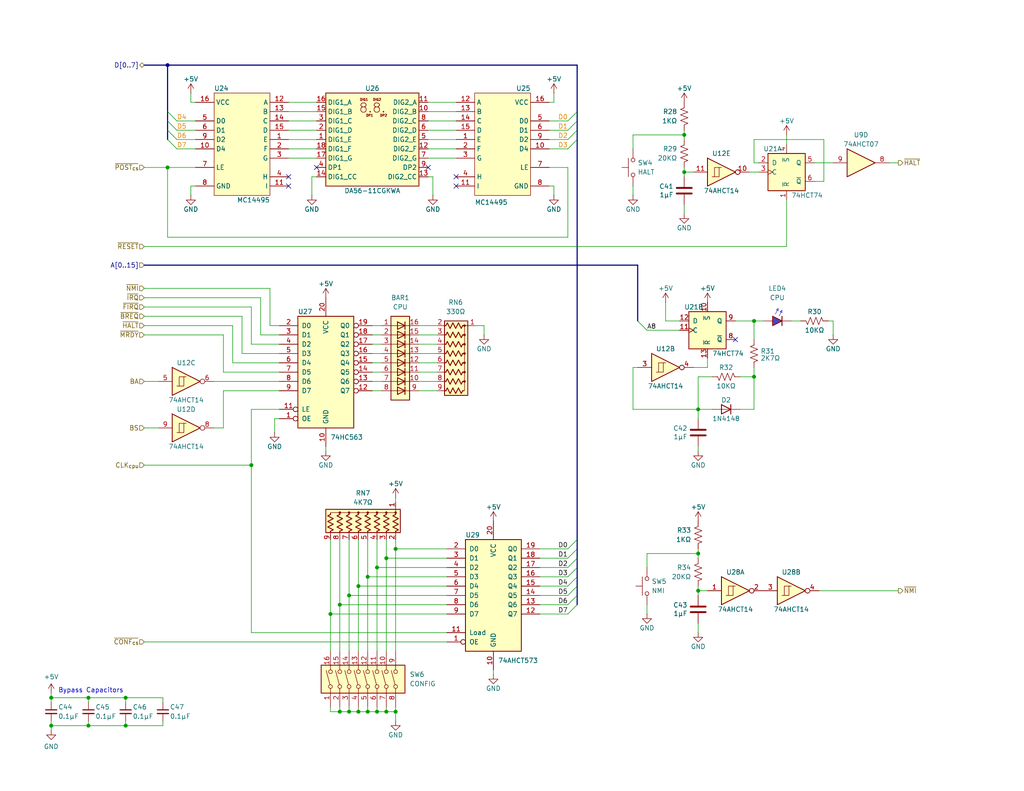
<source format=kicad_sch>
(kicad_sch (version 20250114) (generator "eeschema") (generator_version "9.0")
  (paper "USLetter")
  (title_block (title "Blinkenlights") (date "2026-02-28") (rev "2.1") (company "MicroHobbyist") (comment 1 "Frédéric Segard"))
  (lib_symbols
    (symbol "6309 Unleashed 2.0:MC14495"
      (property "Reference" "U" (at -7.62 0 0))
      (property "Value" "MC14495" (at 7.62 -31.115 0))
      (symbol "MC14495_1_1"
        (pin power_in line (at -12.7 -3.81 0) (length 5.08) (name "VCC") (number "16"))
        (pin input line (at -12.7 -8.89 0) (length 5.08) (name "D0") (number "5"))
        (pin input line (at -12.7 -11.43 0) (length 5.08) (name "D1") (number "6"))
        (pin input line (at -12.7 -13.97 0) (length 5.08) (name "D2") (number "9"))
        (pin input line (at -12.7 -16.51 0) (length 5.08) (name "D4") (number "10"))
        (pin input line (at -12.7 -21.59 0) (length 5.08) (name "LE") (number "7"))
        (pin power_in line (at -12.7 -26.67 0) (length 5.08) (name "GND") (number "8"))
        (pin output line (at 12.7 -3.81 180) (length 5.08) (name "A") (number "12"))
        (pin output line (at 12.7 -6.35 180) (length 5.08) (name "B") (number "13"))
        (pin output line (at 12.7 -8.89 180) (length 5.08) (name "C") (number "14"))
        (pin output line (at 12.7 -11.43 180) (length 5.08) (name "D") (number "15"))
        (pin output line (at 12.7 -13.97 180) (length 5.08) (name "E") (number "1"))
        (pin output line (at 12.7 -16.51 180) (length 5.08) (name "F") (number "2"))
        (pin output line (at 12.7 -19.05 180) (length 5.08) (name "G") (number "3"))
        (pin output line (at 12.7 -24.13 180) (length 5.08) (name "H") (number "4"))
        (pin output line (at 12.7 -26.67 180) (length 5.08) (name "I") (number "11"))
      )
    )
    (symbol "74xx:74HC14" (pin_names (offset 1.016))
      (property "Reference" "U" (at 0 1.27 0))
      (property "Value" "74HC14" (at 0 -1.27 0))
      (symbol "74HC14_1_0"
        (pin input line (at -7.62 0 0) (length 3.81) (name "~") (number "1"))
        (pin output inverted (at 7.62 0 180) (length 3.81) (name "~") (number "2"))
      )
      (symbol "74HC14_2_0"
        (pin input line (at -7.62 0 0) (length 3.81) (name "~") (number "3"))
        (pin output inverted (at 7.62 0 180) (length 3.81) (name "~") (number "4"))
      )
      (symbol "74HC14_3_0"
        (pin input line (at -7.62 0 0) (length 3.81) (name "~") (number "5"))
        (pin output inverted (at 7.62 0 180) (length 3.81) (name "~") (number "6"))
      )
      (symbol "74HC14_4_0"
        (pin input line (at -7.62 0 0) (length 3.81) (name "~") (number "9"))
        (pin output inverted (at 7.62 0 180) (length 3.81) (name "~") (number "8"))
      )
      (symbol "74HC14_5_0"
        (pin input line (at -7.62 0 0) (length 3.81) (name "~") (number "11"))
        (pin output inverted (at 7.62 0 180) (length 3.81) (name "~") (number "10"))
      )
      (symbol "74HC14_6_0"
        (pin input line (at -7.62 0 0) (length 3.81) (name "~") (number "13"))
        (pin output inverted (at 7.62 0 180) (length 3.81) (name "~") (number "12"))
      )
      (symbol "74HC14_7_0"
        (pin power_in line (at 0 12.7 270) (length 5.08) (name "VCC") (number "14"))
        (pin power_in line (at 0 -12.7 90) (length 5.08) (name "GND") (number "7"))
      )
    )
    (symbol "74xx:74HCT74" (pin_names (offset 1.016))
      (property "Reference" "U" (at -7.62 8.89 0))
      (property "Value" "74HCT74" (at -7.62 -8.89 0))
      (symbol "74HCT74_1_0"
        (pin input line (at -7.62 2.54 0) (length 2.54) (name "D") (number "2"))
        (pin input clock (at -7.62 0 0) (length 2.54) (name "C") (number "3"))
        (pin input line (at 0 7.62 270) (length 2.54) (name "~{S}") (number "4"))
        (pin input line (at 0 -7.62 90) (length 2.54) (name "~{R}") (number "1"))
        (pin output line (at 7.62 2.54 180) (length 2.54) (name "Q") (number "5"))
        (pin output line (at 7.62 -2.54 180) (length 2.54) (name "~{Q}") (number "6"))
      )
      (symbol "74HCT74_2_0"
        (pin input line (at -7.62 2.54 0) (length 2.54) (name "D") (number "12"))
        (pin input clock (at -7.62 0 0) (length 2.54) (name "C") (number "11"))
        (pin input line (at 0 7.62 270) (length 2.54) (name "~{S}") (number "10"))
        (pin input line (at 0 -7.62 90) (length 2.54) (name "~{R}") (number "13"))
        (pin output line (at 7.62 2.54 180) (length 2.54) (name "Q") (number "9"))
        (pin output line (at 7.62 -2.54 180) (length 2.54) (name "~{Q}") (number "8"))
      )
      (symbol "74HCT74_3_0"
        (pin power_in line (at 0 10.16 270) (length 2.54) (name "VCC") (number "14"))
        (pin power_in line (at 0 -10.16 90) (length 2.54) (name "GND") (number "7"))
      )
    )
    (symbol "74xx:74LS07" (pin_names (offset 1.016))
      (property "Reference" "U" (at 0 1.27 0))
      (property "Value" "74LS07" (at 0 -1.27 0))
      (symbol "74LS07_1_0"
        (pin input line (at -7.62 0 0) (length 3.81) (name "~") (number "1"))
        (pin open_collector line (at 7.62 0 180) (length 3.81) (name "~") (number "2"))
      )
      (symbol "74LS07_2_0"
        (pin input line (at -7.62 0 0) (length 3.81) (name "~") (number "3"))
        (pin open_collector line (at 7.62 0 180) (length 3.81) (name "~") (number "4"))
      )
      (symbol "74LS07_3_0"
        (pin input line (at -7.62 0 0) (length 3.81) (name "~") (number "5"))
        (pin open_collector line (at 7.62 0 180) (length 3.81) (name "~") (number "6"))
      )
      (symbol "74LS07_4_0"
        (pin input line (at -7.62 0 0) (length 3.81) (name "~") (number "9"))
        (pin open_collector line (at 7.62 0 180) (length 3.81) (name "~") (number "8"))
      )
      (symbol "74LS07_5_0"
        (pin input line (at -7.62 0 0) (length 3.81) (name "~") (number "11"))
        (pin open_collector line (at 7.62 0 180) (length 3.81) (name "~") (number "10"))
      )
      (symbol "74LS07_6_0"
        (pin input line (at -7.62 0 0) (length 3.81) (name "~") (number "13"))
        (pin open_collector line (at 7.62 0 180) (length 3.81) (name "~") (number "12"))
      )
      (symbol "74LS07_7_0"
        (pin power_in line (at 0 12.7 270) (length 5.08) (name "VCC") (number "14"))
        (pin power_in line (at 0 -12.7 90) (length 5.08) (name "GND") (number "7"))
      )
    )
    (symbol "74xx:74LS573" (pin_names (offset 1.016))
      (property "Reference" "U" (at -7.62 16.51 0))
      (property "Value" "74LS573" (at -7.62 -16.51 0))
      (symbol "74LS573_1_0"
        (pin input line (at -12.7 12.7 0) (length 5.08) (name "D0") (number "2"))
        (pin input line (at -12.7 10.16 0) (length 5.08) (name "D1") (number "3"))
        (pin input line (at -12.7 7.62 0) (length 5.08) (name "D2") (number "4"))
        (pin input line (at -12.7 5.08 0) (length 5.08) (name "D3") (number "5"))
        (pin input line (at -12.7 2.54 0) (length 5.08) (name "D4") (number "6"))
        (pin input line (at -12.7 0 0) (length 5.08) (name "D5") (number "7"))
        (pin input line (at -12.7 -2.54 0) (length 5.08) (name "D6") (number "8"))
        (pin input line (at -12.7 -5.08 0) (length 5.08) (name "D7") (number "9"))
        (pin input line (at -12.7 -10.16 0) (length 5.08) (name "Load") (number "11"))
        (pin input inverted (at -12.7 -12.7 0) (length 5.08) (name "OE") (number "1"))
        (pin power_in line (at 0 20.32 270) (length 5.08) (name "VCC") (number "20"))
        (pin power_in line (at 0 -20.32 90) (length 5.08) (name "GND") (number "10"))
        (pin tri_state line (at 12.7 12.7 180) (length 5.08) (name "Q0") (number "19"))
        (pin tri_state line (at 12.7 10.16 180) (length 5.08) (name "Q1") (number "18"))
        (pin tri_state line (at 12.7 7.62 180) (length 5.08) (name "Q2") (number "17"))
        (pin tri_state line (at 12.7 5.08 180) (length 5.08) (name "Q3") (number "16"))
        (pin tri_state line (at 12.7 2.54 180) (length 5.08) (name "Q4") (number "15"))
        (pin tri_state line (at 12.7 0 180) (length 5.08) (name "Q5") (number "14"))
        (pin tri_state line (at 12.7 -2.54 180) (length 5.08) (name "Q6") (number "13"))
        (pin tri_state line (at 12.7 -5.08 180) (length 5.08) (name "Q7") (number "12"))
      )
    )
    (symbol "Device:C" (pin_numbers (hide yes)) (pin_names (offset 0.254))
      (property "Reference" "C" (at 0.635 2.54 0))
      (property "Value" "C" (at 0.635 -2.54 0))
      (symbol "C_1_1"
        (pin passive line (at 0 3.81 270) (length 2.794) (name "~") (number "1"))
        (pin passive line (at 0 -3.81 90) (length 2.794) (name "~") (number "2"))
      )
    )
    (symbol "Device:C_Small" (pin_numbers (hide yes)) (pin_names (offset 0.254) (hide yes))
      (property "Reference" "C" (at 0.254 1.778 0))
      (property "Value" "C_Small" (at 0.254 -2.032 0))
      (symbol "C_Small_1_1"
        (pin passive line (at 0 2.54 270) (length 2.032) (name "~") (number "1"))
        (pin passive line (at 0 -2.54 90) (length 2.032) (name "~") (number "2"))
      )
    )
    (symbol "Device:R_US" (pin_numbers (hide yes)) (pin_names (offset 0))
      (property "Reference" "R" (at 2.54 0 90))
      (property "Value" "R_US" (at -2.54 0 90))
      (symbol "R_US_1_1"
        (pin passive line (at 0 3.81 270) (length 1.27) (name "~") (number "1"))
        (pin passive line (at 0 -3.81 90) (length 1.27) (name "~") (number "2"))
      )
    )
    (symbol "Diode:1N4148" (pin_numbers (hide yes)) (pin_names (hide yes))
      (property "Reference" "D" (at 0 2.54 0))
      (property "Value" "1N4148" (at 0 -2.54 0))
      (symbol "1N4148_1_1"
        (pin passive line (at -3.81 0 0) (length 2.54) (name "K") (number "1"))
        (pin passive line (at 3.81 0 180) (length 2.54) (name "A") (number "2"))
      )
    )
    (symbol "Display_Character:DC56-11YWA"
      (property "Reference" "U" (at -11.43 13.97 0))
      (property "Value" "DC56-11YWA" (at 12.065 13.97 0))
      (symbol "DC56-11YWA_0_0"
        (text "DIG1" (at -2.286 10.922 0) (effects (font (size 0.635 0.635))))
        (text "DP1" (at -0.762 6.604 0) (effects (font (size 0.635 0.635))))
        (text "8.8." (at 0 8.636 0) (effects (font (size 2.54 2.54))))
        (text "DIG2" (at 1.27 10.922 0) (effects (font (size 0.635 0.635))))
        (text "DP2" (at 3.048 6.604 0) (effects (font (size 0.635 0.635))))
      )
      (symbol "DC56-11YWA_1_1"
        (pin input line (at -15.24 10.16 0) (length 2.54) (name "DIG1_A") (number "16"))
        (pin input line (at -15.24 7.62 0) (length 2.54) (name "DIG1_B") (number "15"))
        (pin input line (at -15.24 5.08 0) (length 2.54) (name "DIG1_C") (number "3"))
        (pin input line (at -15.24 2.54 0) (length 2.54) (name "DIG1_D") (number "2"))
        (pin input line (at -15.24 0 0) (length 2.54) (name "DIG1_E") (number "1"))
        (pin input line (at -15.24 -2.54 0) (length 2.54) (name "DIG1_F") (number "18"))
        (pin input line (at -15.24 -5.08 0) (length 2.54) (name "DIG1_G") (number "17"))
        (pin input line (at -15.24 -7.62 0) (length 2.54) (name "DP1") (number "4"))
        (pin input line (at -15.24 -10.16 0) (length 2.54) (name "DIG1_CC") (number "14"))
        (pin input line (at 15.24 10.16 180) (length 2.54) (name "DIG2_A") (number "11"))
        (pin input line (at 15.24 7.62 180) (length 2.54) (name "DIG2_B") (number "10"))
        (pin input line (at 15.24 5.08 180) (length 2.54) (name "DIG2_C") (number "8"))
        (pin input line (at 15.24 2.54 180) (length 2.54) (name "DIG2_D") (number "6"))
        (pin input line (at 15.24 0 180) (length 2.54) (name "DIG2_E") (number "5"))
        (pin input line (at 15.24 -2.54 180) (length 2.54) (name "DIG2_F") (number "12"))
        (pin input line (at 15.24 -5.08 180) (length 2.54) (name "DIG2_G") (number "7"))
        (pin input line (at 15.24 -7.62 180) (length 2.54) (name "DP2") (number "9"))
        (pin input line (at 15.24 -10.16 180) (length 2.54) (name "DIG2_CC") (number "13"))
      )
    )
    (symbol "MicroHobbyist:74HC563" (pin_names (offset 1.016))
      (property "Reference" "U" (at -7.62 16.51 0))
      (property "Value" "74HC563" (at 1.27 -17.78 0))
      (symbol "74HC563_1_0"
        (pin input line (at -12.7 12.7 0) (length 5.08) (name "D0") (number "2"))
        (pin input line (at -12.7 10.16 0) (length 5.08) (name "D1") (number "3"))
        (pin input line (at -12.7 7.62 0) (length 5.08) (name "D2") (number "4"))
        (pin input line (at -12.7 5.08 0) (length 5.08) (name "D3") (number "5"))
        (pin input line (at -12.7 2.54 0) (length 5.08) (name "D4") (number "6"))
        (pin input line (at -12.7 0 0) (length 5.08) (name "D5") (number "7"))
        (pin input line (at -12.7 -2.54 0) (length 5.08) (name "D6") (number "8"))
        (pin input line (at -12.7 -5.08 0) (length 5.08) (name "D7") (number "9"))
        (pin input inverted (at -12.7 -10.16 0) (length 5.08) (name "LE") (number "11"))
        (pin input inverted (at -12.7 -12.7 0) (length 5.08) (name "OE") (number "1"))
        (pin power_in line (at 0 20.32 270) (length 5.08) (name "VCC") (number "20"))
        (pin power_in line (at 0 -20.32 90) (length 5.08) (name "GND") (number "10"))
        (pin tri_state inverted (at 12.7 12.7 180) (length 5.08) (name "Q0") (number "19"))
        (pin tri_state inverted (at 12.7 10.16 180) (length 5.08) (name "Q1") (number "18"))
        (pin tri_state inverted (at 12.7 7.62 180) (length 5.08) (name "Q2") (number "17"))
        (pin tri_state inverted (at 12.7 5.08 180) (length 5.08) (name "Q3") (number "16"))
        (pin tri_state inverted (at 12.7 2.54 180) (length 5.08) (name "Q4") (number "15"))
        (pin tri_state inverted (at 12.7 0 180) (length 5.08) (name "Q5") (number "14"))
        (pin tri_state inverted (at 12.7 -2.54 180) (length 5.08) (name "Q6") (number "13"))
        (pin tri_state inverted (at 12.7 -5.08 180) (length 5.08) (name "Q7") (number "12"))
      )
    )
    (symbol "MicroHobbyist:BAR_GRAPH_8" (pin_names (offset 1.016) (hide yes))
      (property "Reference" "BAR" (at 0 15.24 0))
      (property "Value" "F2010BW" (at 0 -12.7 0))
      (symbol "BAR_GRAPH_8_1_1"
        (pin passive line (at -5.08 10.16 0) (length 2.54) (name "A") (number "1"))
        (pin passive line (at -5.08 7.62 0) (length 2.54) (name "A") (number "2"))
        (pin passive line (at -5.08 5.08 0) (length 2.54) (name "A") (number "3"))
        (pin passive line (at -5.08 2.54 0) (length 2.54) (name "A") (number "4"))
        (pin passive line (at -5.08 0 0) (length 2.54) (name "A") (number "5"))
        (pin passive line (at -5.08 -2.54 0) (length 2.54) (name "A") (number "6"))
        (pin passive line (at -5.08 -5.08 0) (length 2.54) (name "A") (number "7"))
        (pin passive line (at -5.08 -7.62 0) (length 2.54) (name "A") (number "8"))
        (pin passive line (at 5.08 10.16 180) (length 2.54) (name "K") (number "16"))
        (pin passive line (at 5.08 7.62 180) (length 2.54) (name "K") (number "15"))
        (pin passive line (at 5.08 5.08 180) (length 2.54) (name "K") (number "14"))
        (pin passive line (at 5.08 2.54 180) (length 2.54) (name "K") (number "13"))
        (pin passive line (at 5.08 0 180) (length 2.54) (name "K") (number "12"))
        (pin passive line (at 5.08 -2.54 180) (length 2.54) (name "K") (number "11"))
        (pin passive line (at 5.08 -5.08 180) (length 2.54) (name "A") (number "10"))
        (pin passive line (at 5.08 -7.62 180) (length 2.54) (name "A") (number "9"))
      )
    )
    (symbol "PCM_LED_AKL:LED_2x5mm_Blue" (pin_numbers (hide yes)) (pin_names (offset 1.016) (hide yes))
      (property "Reference" "LED" (at 0 7.62 0))
      (property "Value" "LED_2x5mm_Blue" (at 0 5.08 0))
      (symbol "LED_2x5mm_Blue_1_1"
        (pin passive line (at -3.81 0 0) (length 2.54) (name "A") (number "2"))
        (pin passive line (at 3.81 0 180) (length 2.54) (name "K") (number "1"))
      )
      (symbol "LED_2x5mm_Blue_1_2"
        (pin passive line (at -2.54 -2.54 0) (length 0) (name "A") (number "2"))
        (pin passive line (at 2.54 2.54 180) (length 0) (name "K") (number "1"))
      )
    )
    (symbol "PCM_Resistor_US_AKL:R_Bussed_SIP-9" (pin_names (offset 0.002) (hide yes))
      (property "Reference" "RN" (at 10.16 1.27 0))
      (property "Value" "R_Bussed_SIP-9" (at 10.16 -1.27 0))
      (symbol "R_Bussed_SIP-9_1_1"
        (pin passive line (at -10.16 5.08 270) (length 1.27) (name "common") (number "1"))
        (pin passive line (at -10.16 -5.08 90) (length 1.27) (name "R1") (number "2"))
        (pin passive line (at -7.62 -5.08 90) (length 1.27) (name "R2") (number "3"))
        (pin passive line (at -5.08 -5.08 90) (length 1.27) (name "R3") (number "4"))
        (pin passive line (at -2.54 -5.08 90) (length 1.27) (name "R4") (number "5"))
        (pin passive line (at 0 -5.08 90) (length 1.27) (name "R5") (number "6"))
        (pin passive line (at 2.54 -5.08 90) (length 1.27) (name "R6") (number "7"))
        (pin passive line (at 5.08 -5.08 90) (length 1.27) (name "R7") (number "8"))
        (pin passive line (at 7.62 -5.08 90) (length 1.27) (name "R8") (number "9"))
      )
    )
    (symbol "Switch:SW_DIP_x08" (pin_names (offset 0) (hide yes))
      (property "Reference" "SW" (at 0 13.97 0))
      (property "Value" "SW_DIP_x08" (at 0 -11.43 0))
      (symbol "SW_DIP_x08_1_1"
        (pin passive line (at -7.62 10.16 0) (length 5.08) (name "~") (number "1"))
        (pin passive line (at -7.62 7.62 0) (length 5.08) (name "~") (number "2"))
        (pin passive line (at -7.62 5.08 0) (length 5.08) (name "~") (number "3"))
        (pin passive line (at -7.62 2.54 0) (length 5.08) (name "~") (number "4"))
        (pin passive line (at -7.62 0 0) (length 5.08) (name "~") (number "5"))
        (pin passive line (at -7.62 -2.54 0) (length 5.08) (name "~") (number "6"))
        (pin passive line (at -7.62 -5.08 0) (length 5.08) (name "~") (number "7"))
        (pin passive line (at -7.62 -7.62 0) (length 5.08) (name "~") (number "8"))
        (pin passive line (at 7.62 10.16 180) (length 5.08) (name "~") (number "16"))
        (pin passive line (at 7.62 7.62 180) (length 5.08) (name "~") (number "15"))
        (pin passive line (at 7.62 5.08 180) (length 5.08) (name "~") (number "14"))
        (pin passive line (at 7.62 2.54 180) (length 5.08) (name "~") (number "13"))
        (pin passive line (at 7.62 0 180) (length 5.08) (name "~") (number "12"))
        (pin passive line (at 7.62 -2.54 180) (length 5.08) (name "~") (number "11"))
        (pin passive line (at 7.62 -5.08 180) (length 5.08) (name "~") (number "10"))
        (pin passive line (at 7.62 -7.62 180) (length 5.08) (name "~") (number "9"))
      )
    )
    (symbol "Switch:SW_Push" (pin_numbers (hide yes)) (pin_names (offset 1.016) (hide yes))
      (property "Reference" "SW" (at 1.27 2.54 0))
      (property "Value" "SW_Push" (at 0 -1.524 0))
      (symbol "SW_Push_0_1"
        (pin passive line (at -5.08 0 0) (length 2.54) (name "1") (number "1"))
        (pin passive line (at 5.08 0 180) (length 2.54) (name "2") (number "2"))
      )
    )
    (symbol "power:+5V" (power) (pin_numbers (hide yes)) (pin_names (offset 0) (hide yes))
      (property "Value" "+5V" (at 0 3.556 0))
      (symbol "+5V_1_1"
        (pin power_in line (at 0 0 90) (length 0) (name "~") (number "1"))
      )
    )
    (symbol "power:GND" (power) (pin_numbers (hide yes)) (pin_names (offset 0) (hide yes))
      (property "Value" "GND" (at 0 -3.81 0))
      (symbol "GND_1_1"
        (pin power_in line (at 0 0 270) (length 0) (name "~") (number "1"))
      )
    )
  )
  (text "Bypass Capacitors" (at 15.875 188.595 0) (effects (font (size 1.27 1.27)) (justify left)))
  (junction (at 95.25 194.31))
  (junction (at 205.74 87.63))
  (junction (at 186.69 36.83))
  (junction (at 190.5 161.29))
  (junction (at 97.79 160.02))
  (junction (at 100.33 194.31))
  (junction (at 90.17 167.64))
  (junction (at 186.69 46.99))
  (junction (at 97.79 194.31))
  (junction (at 34.29 190.5))
  (junction (at 102.87 194.31))
  (junction (at 24.13 198.12))
  (junction (at 92.71 165.1))
  (junction (at 190.5 151.13))
  (junction (at 13.97 198.12))
  (junction (at 102.87 154.94))
  (junction (at 107.95 149.86))
  (junction (at 100.33 157.48))
  (junction (at 105.41 194.31))
  (junction (at 95.25 162.56))
  (junction (at 107.95 194.31))
  (junction (at 45.72 17.78))
  (junction (at 190.5 111.76))
  (junction (at 34.29 198.12))
  (junction (at 92.71 194.31))
  (junction (at 68.58 127))
  (junction (at 105.41 152.4))
  (junction (at 205.74 102.87))
  (junction (at 24.13 190.5))
  (junction (at 45.72 45.72))
  (junction (at 13.97 190.5))
  (no_connect (at 78.74 50.8))
  (no_connect (at 124.46 48.26))
  (no_connect (at 200.66 92.71))
  (no_connect (at 86.36 45.72))
  (no_connect (at 124.46 50.8))
  (no_connect (at 116.84 45.72))
  (no_connect (at 78.74 48.26))
  (bus_entry (at 45.72 35.56) (size 2.54 2.54))
  (bus_entry (at 173.99 87.63) (size 2.54 2.54))
  (bus_entry (at 154.94 35.56) (size 2.54 -2.54))
  (bus_entry (at 154.94 152.4) (size 2.54 -2.54))
  (bus_entry (at 154.94 167.64) (size 2.54 -2.54))
  (bus_entry (at 154.94 162.56) (size 2.54 -2.54))
  (bus_entry (at 45.72 38.1) (size 2.54 2.54))
  (bus_entry (at 154.94 154.94) (size 2.54 -2.54))
  (bus_entry (at 154.94 40.64) (size 2.54 -2.54))
  (bus_entry (at 154.94 165.1) (size 2.54 -2.54))
  (bus_entry (at 154.94 157.48) (size 2.54 -2.54))
  (bus_entry (at 154.94 149.86) (size 2.54 -2.54))
  (bus_entry (at 154.94 33.02) (size 2.54 -2.54))
  (bus_entry (at 154.94 160.02) (size 2.54 -2.54))
  (bus_entry (at 154.94 38.1) (size 2.54 -2.54))
  (bus_entry (at 45.72 30.48) (size 2.54 2.54))
  (bus_entry (at 45.72 33.02) (size 2.54 2.54))
  (wire (pts (xy 223.52 161.29) (xy 245.11 161.29)))
  (wire (pts (xy 39.37 91.44) (xy 60.96 91.44)))
  (bus (pts (xy 157.48 149.86) (xy 157.48 152.4)))
  (wire (pts (xy 147.32 154.94) (xy 154.94 154.94)))
  (wire (pts (xy 226.06 87.63) (xy 227.33 87.63)))
  (wire (pts (xy 78.74 33.02) (xy 86.36 33.02)))
  (wire (pts (xy 147.32 152.4) (xy 154.94 152.4)))
  (wire (pts (xy 66.04 96.52) (xy 76.2 96.52)))
  (wire (pts (xy 78.74 38.1) (xy 86.36 38.1)))
  (wire (pts (xy 186.69 55.88) (xy 186.69 58.42)))
  (wire (pts (xy 190.5 114.3) (xy 190.5 111.76)))
  (wire (pts (xy 205.74 92.71) (xy 205.74 87.63)))
  (wire (pts (xy 104.14 99.06) (xy 101.6 99.06)))
  (wire (pts (xy 104.14 93.98) (xy 101.6 93.98)))
  (wire (pts (xy 149.86 40.64) (xy 154.94 40.64)))
  (wire (pts (xy 104.14 101.6) (xy 101.6 101.6)))
  (wire (pts (xy 102.87 154.94) (xy 102.87 147.32)))
  (wire (pts (xy 97.79 160.02) (xy 121.92 160.02)))
  (bus (pts (xy 45.72 30.48) (xy 45.72 33.02)))
  (wire (pts (xy 104.14 96.52) (xy 101.6 96.52)))
  (wire (pts (xy 52.07 50.8) (xy 52.07 53.34)))
  (wire (pts (xy 13.97 198.12) (xy 24.13 198.12)))
  (wire (pts (xy 132.08 88.9) (xy 132.08 91.44)))
  (wire (pts (xy 95.25 162.56) (xy 121.92 162.56)))
  (bus (pts (xy 45.72 33.02) (xy 45.72 35.56)))
  (wire (pts (xy 52.07 25.4) (xy 52.07 27.94)))
  (wire (pts (xy 78.74 35.56) (xy 86.36 35.56)))
  (wire (pts (xy 68.58 172.72) (xy 121.92 172.72)))
  (wire (pts (xy 68.58 111.76) (xy 76.2 111.76)))
  (wire (pts (xy 114.3 93.98) (xy 119.38 93.98)))
  (wire (pts (xy 39.37 81.28) (xy 71.12 81.28)))
  (wire (pts (xy 172.72 100.33) (xy 173.99 100.33)))
  (wire (pts (xy 124.46 38.1) (xy 116.84 38.1)))
  (bus (pts (xy 173.99 72.39) (xy 173.99 87.63)))
  (wire (pts (xy 39.37 78.74) (xy 73.66 78.74)))
  (wire (pts (xy 205.74 38.1) (xy 205.74 44.45)))
  (wire (pts (xy 39.37 175.26) (xy 121.92 175.26)))
  (wire (pts (xy 205.74 102.87) (xy 205.74 100.33)))
  (wire (pts (xy 39.37 67.31) (xy 214.63 67.31)))
  (wire (pts (xy 48.26 35.56) (xy 53.34 35.56)))
  (wire (pts (xy 242.57 44.45) (xy 245.11 44.45)))
  (wire (pts (xy 176.53 151.13) (xy 176.53 154.94)))
  (wire (pts (xy 92.71 194.31) (xy 95.25 194.31)))
  (wire (pts (xy 176.53 151.13) (xy 190.5 151.13)))
  (wire (pts (xy 205.74 44.45) (xy 207.01 44.45)))
  (wire (pts (xy 124.46 30.48) (xy 116.84 30.48)))
  (wire (pts (xy 105.41 193.04) (xy 105.41 194.31)))
  (wire (pts (xy 39.37 83.82) (xy 68.58 83.82)))
  (bus (pts (xy 39.37 72.39) (xy 173.99 72.39)))
  (wire (pts (xy 204.47 46.99) (xy 207.01 46.99)))
  (wire (pts (xy 193.04 100.33) (xy 193.04 97.79)))
  (wire (pts (xy 114.3 99.06) (xy 119.38 99.06)))
  (wire (pts (xy 149.86 50.8) (xy 151.13 50.8)))
  (wire (pts (xy 104.14 104.14) (xy 101.6 104.14)))
  (wire (pts (xy 58.42 116.84) (xy 60.96 116.84)))
  (wire (pts (xy 52.07 27.94) (xy 53.34 27.94)))
  (wire (pts (xy 13.97 190.5) (xy 13.97 191.77)))
  (wire (pts (xy 100.33 157.48) (xy 121.92 157.48)))
  (wire (pts (xy 107.95 135.89) (xy 107.95 137.16)))
  (wire (pts (xy 73.66 88.9) (xy 76.2 88.9)))
  (wire (pts (xy 90.17 177.8) (xy 90.17 167.64)))
  (wire (pts (xy 45.72 64.77) (xy 154.94 64.77)))
  (wire (pts (xy 39.37 86.36) (xy 66.04 86.36)))
  (wire (pts (xy 186.69 36.83) (xy 186.69 38.1)))
  (wire (pts (xy 13.97 190.5) (xy 24.13 190.5)))
  (wire (pts (xy 149.86 27.94) (xy 151.13 27.94)))
  (wire (pts (xy 190.5 102.87) (xy 190.5 111.76)))
  (wire (pts (xy 58.42 104.14) (xy 76.2 104.14)))
  (wire (pts (xy 105.41 152.4) (xy 105.41 147.32)))
  (wire (pts (xy 63.5 88.9) (xy 63.5 99.06)))
  (wire (pts (xy 92.71 193.04) (xy 92.71 194.31)))
  (wire (pts (xy 90.17 194.31) (xy 92.71 194.31)))
  (wire (pts (xy 97.79 177.8) (xy 97.79 160.02)))
  (wire (pts (xy 97.79 193.04) (xy 97.79 194.31)))
  (wire (pts (xy 190.5 170.18) (xy 190.5 172.72)))
  (wire (pts (xy 186.69 45.72) (xy 186.69 46.99)))
  (bus (pts (xy 157.48 162.56) (xy 157.48 165.1)))
  (wire (pts (xy 34.29 190.5) (xy 34.29 191.77)))
  (wire (pts (xy 205.74 102.87) (xy 205.74 111.76)))
  (wire (pts (xy 124.46 33.02) (xy 116.84 33.02)))
  (wire (pts (xy 116.84 48.26) (xy 118.11 48.26)))
  (wire (pts (xy 149.86 45.72) (xy 154.94 45.72)))
  (wire (pts (xy 190.5 161.29) (xy 193.04 161.29)))
  (wire (pts (xy 105.41 152.4) (xy 121.92 152.4)))
  (wire (pts (xy 190.5 151.13) (xy 190.5 152.4)))
  (wire (pts (xy 114.3 96.52) (xy 119.38 96.52)))
  (wire (pts (xy 39.37 45.72) (xy 45.72 45.72)))
  (wire (pts (xy 189.23 100.33) (xy 193.04 100.33)))
  (wire (pts (xy 124.46 43.18) (xy 116.84 43.18)))
  (wire (pts (xy 190.5 161.29) (xy 190.5 162.56)))
  (wire (pts (xy 114.3 88.9) (xy 119.38 88.9)))
  (wire (pts (xy 107.95 177.8) (xy 107.95 149.86)))
  (wire (pts (xy 13.97 196.85) (xy 13.97 198.12)))
  (wire (pts (xy 39.37 88.9) (xy 63.5 88.9)))
  (wire (pts (xy 114.3 104.14) (xy 119.38 104.14)))
  (bus (pts (xy 157.48 152.4) (xy 157.48 154.94)))
  (wire (pts (xy 95.25 162.56) (xy 95.25 147.32)))
  (wire (pts (xy 151.13 25.4) (xy 151.13 27.94)))
  (wire (pts (xy 149.86 38.1) (xy 154.94 38.1)))
  (wire (pts (xy 66.04 86.36) (xy 66.04 96.52)))
  (wire (pts (xy 134.62 184.15) (xy 134.62 182.88)))
  (wire (pts (xy 71.12 91.44) (xy 76.2 91.44)))
  (wire (pts (xy 48.26 33.02) (xy 53.34 33.02)))
  (wire (pts (xy 100.33 177.8) (xy 100.33 157.48)))
  (wire (pts (xy 85.09 48.26) (xy 85.09 53.34)))
  (wire (pts (xy 34.29 196.85) (xy 34.29 198.12)))
  (bus (pts (xy 45.72 35.56) (xy 45.72 38.1)))
  (wire (pts (xy 205.74 87.63) (xy 208.28 87.63)))
  (wire (pts (xy 172.72 36.83) (xy 172.72 40.64)))
  (wire (pts (xy 68.58 83.82) (xy 68.58 93.98)))
  (wire (pts (xy 92.71 177.8) (xy 92.71 165.1)))
  (wire (pts (xy 78.74 30.48) (xy 86.36 30.48)))
  (wire (pts (xy 215.9 87.63) (xy 218.44 87.63)))
  (wire (pts (xy 224.79 38.1) (xy 205.74 38.1)))
  (wire (pts (xy 102.87 194.31) (xy 105.41 194.31)))
  (wire (pts (xy 24.13 190.5) (xy 34.29 190.5)))
  (bus (pts (xy 157.48 35.56) (xy 157.48 38.1)))
  (wire (pts (xy 68.58 93.98) (xy 76.2 93.98)))
  (wire (pts (xy 222.25 49.53) (xy 224.79 49.53)))
  (wire (pts (xy 85.09 48.26) (xy 86.36 48.26)))
  (wire (pts (xy 114.3 101.6) (xy 119.38 101.6)))
  (wire (pts (xy 172.72 111.76) (xy 172.72 100.33)))
  (wire (pts (xy 147.32 162.56) (xy 154.94 162.56)))
  (wire (pts (xy 34.29 198.12) (xy 44.45 198.12)))
  (wire (pts (xy 200.66 87.63) (xy 205.74 87.63)))
  (wire (pts (xy 214.63 54.61) (xy 214.63 67.31)))
  (wire (pts (xy 74.93 114.3) (xy 74.93 118.11)))
  (wire (pts (xy 95.25 177.8) (xy 95.25 162.56)))
  (wire (pts (xy 124.46 40.64) (xy 116.84 40.64)))
  (wire (pts (xy 114.3 106.68) (xy 119.38 106.68)))
  (wire (pts (xy 190.5 123.19) (xy 190.5 121.92)))
  (wire (pts (xy 172.72 111.76) (xy 190.5 111.76)))
  (wire (pts (xy 107.95 149.86) (xy 107.95 147.32)))
  (bus (pts (xy 157.48 160.02) (xy 157.48 162.56)))
  (wire (pts (xy 90.17 193.04) (xy 90.17 194.31)))
  (wire (pts (xy 78.74 27.94) (xy 86.36 27.94)))
  (wire (pts (xy 92.71 165.1) (xy 121.92 165.1)))
  (wire (pts (xy 147.32 157.48) (xy 154.94 157.48)))
  (wire (pts (xy 63.5 99.06) (xy 76.2 99.06)))
  (wire (pts (xy 39.37 116.84) (xy 43.18 116.84)))
  (wire (pts (xy 124.46 35.56) (xy 116.84 35.56)))
  (wire (pts (xy 172.72 50.8) (xy 172.72 53.34)))
  (wire (pts (xy 107.95 194.31) (xy 107.95 196.85)))
  (wire (pts (xy 97.79 194.31) (xy 100.33 194.31)))
  (wire (pts (xy 45.72 45.72) (xy 45.72 64.77)))
  (wire (pts (xy 34.29 190.5) (xy 44.45 190.5)))
  (wire (pts (xy 78.74 40.64) (xy 86.36 40.64)))
  (wire (pts (xy 224.79 49.53) (xy 224.79 38.1)))
  (wire (pts (xy 190.5 160.02) (xy 190.5 161.29)))
  (wire (pts (xy 95.25 193.04) (xy 95.25 194.31)))
  (wire (pts (xy 227.33 87.63) (xy 227.33 91.44)))
  (wire (pts (xy 201.93 102.87) (xy 205.74 102.87)))
  (wire (pts (xy 13.97 198.12) (xy 13.97 199.39)))
  (wire (pts (xy 129.54 88.9) (xy 132.08 88.9)))
  (wire (pts (xy 24.13 198.12) (xy 34.29 198.12)))
  (wire (pts (xy 147.32 149.86) (xy 154.94 149.86)))
  (wire (pts (xy 105.41 177.8) (xy 105.41 152.4)))
  (wire (pts (xy 194.31 102.87) (xy 190.5 102.87)))
  (wire (pts (xy 104.14 106.68) (xy 101.6 106.68)))
  (wire (pts (xy 149.86 35.56) (xy 154.94 35.56)))
  (wire (pts (xy 190.5 149.86) (xy 190.5 151.13)))
  (wire (pts (xy 44.45 190.5) (xy 44.45 191.77)))
  (wire (pts (xy 74.93 114.3) (xy 76.2 114.3)))
  (wire (pts (xy 90.17 167.64) (xy 121.92 167.64)))
  (wire (pts (xy 100.33 194.31) (xy 102.87 194.31)))
  (wire (pts (xy 39.37 127) (xy 68.58 127)))
  (bus (pts (xy 157.48 38.1) (xy 157.48 147.32)))
  (wire (pts (xy 107.95 193.04) (xy 107.95 194.31)))
  (wire (pts (xy 102.87 154.94) (xy 121.92 154.94)))
  (wire (pts (xy 149.86 33.02) (xy 154.94 33.02)))
  (wire (pts (xy 78.74 43.18) (xy 86.36 43.18)))
  (bus (pts (xy 45.72 17.78) (xy 157.48 17.78)))
  (wire (pts (xy 185.42 87.63) (xy 181.61 87.63)))
  (wire (pts (xy 186.69 46.99) (xy 186.69 48.26)))
  (wire (pts (xy 48.26 40.64) (xy 53.34 40.64)))
  (wire (pts (xy 60.96 101.6) (xy 76.2 101.6)))
  (wire (pts (xy 104.14 91.44) (xy 101.6 91.44)))
  (wire (pts (xy 102.87 193.04) (xy 102.87 194.31)))
  (wire (pts (xy 48.26 38.1) (xy 53.34 38.1)))
  (wire (pts (xy 118.11 48.26) (xy 118.11 53.34)))
  (wire (pts (xy 214.63 36.83) (xy 214.63 39.37)))
  (wire (pts (xy 73.66 78.74) (xy 73.66 88.9)))
  (bus (pts (xy 45.72 17.78) (xy 45.72 30.48)))
  (wire (pts (xy 95.25 194.31) (xy 97.79 194.31)))
  (wire (pts (xy 52.07 50.8) (xy 53.34 50.8)))
  (wire (pts (xy 102.87 177.8) (xy 102.87 154.94)))
  (wire (pts (xy 147.32 167.64) (xy 154.94 167.64)))
  (wire (pts (xy 124.46 27.94) (xy 116.84 27.94)))
  (wire (pts (xy 190.5 111.76) (xy 194.31 111.76)))
  (wire (pts (xy 68.58 127) (xy 68.58 172.72)))
  (wire (pts (xy 44.45 196.85) (xy 44.45 198.12)))
  (wire (pts (xy 222.25 44.45) (xy 227.33 44.45)))
  (wire (pts (xy 201.93 111.76) (xy 205.74 111.76)))
  (wire (pts (xy 176.53 165.1) (xy 176.53 167.64)))
  (wire (pts (xy 45.72 45.72) (xy 53.34 45.72)))
  (wire (pts (xy 13.97 189.23) (xy 13.97 190.5)))
  (wire (pts (xy 88.9 123.19) (xy 88.9 121.92)))
  (wire (pts (xy 60.96 91.44) (xy 60.96 101.6)))
  (wire (pts (xy 107.95 149.86) (xy 121.92 149.86)))
  (wire (pts (xy 97.79 160.02) (xy 97.79 147.32)))
  (wire (pts (xy 151.13 50.8) (xy 151.13 53.34)))
  (wire (pts (xy 100.33 157.48) (xy 100.33 147.32)))
  (bus (pts (xy 39.37 17.78) (xy 45.72 17.78)))
  (wire (pts (xy 90.17 167.64) (xy 90.17 147.32)))
  (wire (pts (xy 71.12 81.28) (xy 71.12 91.44)))
  (wire (pts (xy 24.13 190.5) (xy 24.13 191.77)))
  (wire (pts (xy 60.96 106.68) (xy 76.2 106.68)))
  (wire (pts (xy 104.14 88.9) (xy 101.6 88.9)))
  (bus (pts (xy 157.48 147.32) (xy 157.48 149.86)))
  (wire (pts (xy 181.61 82.55) (xy 181.61 87.63)))
  (wire (pts (xy 154.94 45.72) (xy 154.94 64.77)))
  (wire (pts (xy 24.13 196.85) (xy 24.13 198.12)))
  (wire (pts (xy 176.53 90.17) (xy 185.42 90.17)))
  (wire (pts (xy 114.3 91.44) (xy 119.38 91.44)))
  (wire (pts (xy 172.72 36.83) (xy 186.69 36.83)))
  (wire (pts (xy 147.32 165.1) (xy 154.94 165.1)))
  (wire (pts (xy 147.32 160.02) (xy 154.94 160.02)))
  (wire (pts (xy 39.37 104.14) (xy 43.18 104.14)))
  (wire (pts (xy 68.58 111.76) (xy 68.58 127)))
  (wire (pts (xy 186.69 46.99) (xy 189.23 46.99)))
  (bus (pts (xy 157.48 154.94) (xy 157.48 157.48)))
  (bus (pts (xy 157.48 33.02) (xy 157.48 35.56)))
  (wire (pts (xy 100.33 193.04) (xy 100.33 194.31)))
  (bus (pts (xy 157.48 30.48) (xy 157.48 33.02)))
  (bus (pts (xy 157.48 157.48) (xy 157.48 160.02)))
  (wire (pts (xy 60.96 106.68) (xy 60.96 116.84)))
  (bus (pts (xy 157.48 17.78) (xy 157.48 30.48)))
  (wire (pts (xy 105.41 194.31) (xy 107.95 194.31)))
  (wire (pts (xy 186.69 35.56) (xy 186.69 36.83)))
  (wire (pts (xy 92.71 165.1) (xy 92.71 147.32)))
  (label "D6" (at 48.26 38.1 0))
  (label "D4" (at 48.26 33.02 0))
  (label "D5" (at 154.94 162.56 180))
  (label "A8" (at 176.53 90.17 0))
  (label "D1" (at 154.94 35.56 180))
  (label "D1" (at 154.94 152.4 180))
  (label "D0" (at 154.94 33.02 180))
  (label "D3" (at 154.94 157.48 180))
  (label "D7" (at 154.94 167.64 180))
  (label "D5" (at 48.26 35.56 0))
  (label "D6" (at 154.94 165.1 180))
  (label "D3" (at 154.94 40.64 180))
  (label "D2" (at 154.94 154.94 180))
  (label "D4" (at 154.94 160.02 180))
  (label "D2" (at 154.94 38.1 180))
  (label "D0" (at 154.94 149.86 180))
  (label "D7" (at 48.26 40.64 0))
  (hierarchical_label "D[0..7]" (shape bidirectional) (at 39.37 17.78 180))
  (hierarchical_label "A[0..15]" (shape input) (at 39.37 72.39 180))
  (hierarchical_label "~{HALT}" (shape output) (at 245.11 44.45 0))
  (hierarchical_label "~{FIRQ}" (shape input) (at 39.37 83.82 180))
  (hierarchical_label "~{POST_{cs}}" (shape input) (at 39.37 45.72 180))
  (hierarchical_label "~{CONF_{cs}}" (shape input) (at 39.37 175.26 180))
  (hierarchical_label "~{MRDY}" (shape input) (at 39.37 91.44 180))
  (hierarchical_label "BS" (shape input) (at 39.37 116.84 180))
  (hierarchical_label "~{RESET}" (shape input) (at 39.37 67.31 180))
  (hierarchical_label "CLK_{cpu}" (shape input) (at 39.37 127 180))
  (hierarchical_label "~{BREQ}" (shape input) (at 39.37 86.36 180))
  (hierarchical_label "~{IRQ}" (shape input) (at 39.37 81.28 180))
  (hierarchical_label "~{NMI}" (shape output) (at 245.11 161.29 0))
  (hierarchical_label "~{HALT}" (shape input) (at 39.37 88.9 180))
  (hierarchical_label "BA" (shape input) (at 39.37 104.14 180))
  (hierarchical_label "~{NMI}" (shape input) (at 39.37 78.74 180))
  (symbol (lib_id "power:+5V") (at 52.07 25.4 0) (unit 1)
    (property "Reference" "#PWR0115" (effects (hide yes)))
    (property "Value" "+5V" (at 52.07 21.59 0))
    (property "Description" "Power symbol creates a global label with name \"+5V\"" (effects (hide yes)))
  )
  (symbol (lib_id "74xx:74HC14") (at 50.8 116.84 0) (unit 4)
    (property "Reference" "U12" (at 50.8 111.76 0))
    (property "Value" "74AHCT14" (at 50.8 121.92 0))
    (property "Datasheet" "http://www.ti.com/lit/gpn/sn74HC14" (effects (hide yes)))
    (property "Description" "Hex inverter schmitt trigger" (effects (hide yes)))
  )
  (symbol (lib_id "Device:R_US") (at 222.25 87.63 270) (mirror x) (unit 1)
    (property "Reference" "R30" (at 222.25 85.09 90))
    (property "Value" "10KΩ" (at 222.25 90.17 90))
    (property "Footprint" "Resistor_THT:R_Axial_DIN0207_L6.3mm_D2.5mm_P10.16mm_Horizontal" (effects (hide yes)))
  )
  (symbol (lib_id "power:GND") (at 85.09 53.34 0) (unit 1)
    (property "Reference" "#PWR0120" (effects (hide yes)))
    (property "Value" "GND" (at 85.09 57.15 0))
    (property "Description" "Power symbol creates a global label with name \"GND\" , ground" (effects (hide yes)))
  )
  (symbol (lib_id "Switch:SW_Push") (at 176.53 160.02 90) (unit 1)
    (property "Reference" "SW5" (at 177.8 158.7499 90) (effects (justify right)))
    (property "Value" "NMI" (at 177.8 161.2899 90) (effects (justify right)))
    (property "Description" "Push button switch, generic, two pins" (effects (hide yes)))
  )
  (symbol (lib_id "74xx:74HCT74") (at 214.63 46.99 0) (unit 1)
    (property "Reference" "U21" (at 208.28 40.64 0) (effects (justify left)))
    (property "Value" "74HCT74" (at 215.9 53.34 0) (effects (justify left)))
    (property "Datasheet" "https://assets.nexperia.com/documents/data-sheet/74HC_HCT74.pdf" (effects (hide yes)))
    (property "Description" "Dual D Flip-flop, Set & Reset" (effects (hide yes)))
  )
  (symbol (lib_id "Device:R_US") (at 190.5 156.21 0) (mirror y) (unit 1)
    (property "Reference" "R34" (at 188.595 154.94 0) (effects (justify left)))
    (property "Value" "20KΩ" (at 188.595 157.48 0) (effects (justify left)))
    (property "Footprint" "Resistor_THT:R_Axial_DIN0207_L6.3mm_D2.5mm_P10.16mm_Horizontal" (effects (hide yes)))
  )
  (symbol (lib_id "power:GND") (at 52.07 53.34 0) (unit 1)
    (property "Reference" "#PWR0119" (effects (hide yes)))
    (property "Value" "GND" (at 52.07 57.15 0))
    (property "Description" "Power symbol creates a global label with name \"GND\" , ground" (effects (hide yes)))
  )
  (symbol (lib_id "Device:R_US") (at 186.69 41.91 0) (mirror y) (unit 1)
    (property "Reference" "R29" (at 184.785 40.64 0) (effects (justify left)))
    (property "Value" "20KΩ" (at 184.785 43.18 0) (effects (justify left)))
    (property "Footprint" "Resistor_THT:R_Axial_DIN0207_L6.3mm_D2.5mm_P10.16mm_Horizontal" (effects (hide yes)))
  )
  (symbol (lib_id "Device:C_Small") (at 13.97 194.31 0) (unit 1)
    (property "Reference" "C44" (at 15.875 193.04 0) (effects (justify left)))
    (property "Value" "0.1µF" (at 15.875 195.58 0) (effects (justify left)))
    (property "Description" "Unpolarized capacitor, small symbol" (effects (hide yes)))
  )
  (symbol (lib_id "power:GND") (at 172.72 53.34 0) (unit 1)
    (property "Reference" "#PWR0123" (effects (hide yes)))
    (property "Value" "GND" (at 172.72 57.15 0))
    (property "Description" "Power symbol creates a global label with name \"GND\" , ground" (effects (hide yes)))
  )
  (symbol (lib_id "power:+5V") (at 190.5 142.24 0) (unit 1)
    (property "Reference" "#PWR0134" (effects (hide yes)))
    (property "Value" "+5V" (at 190.5 138.43 0))
    (property "Description" "Power symbol creates a global label with name \"+5V\"" (effects (hide yes)))
  )
  (symbol (lib_id "Device:C_Small") (at 34.29 194.31 0) (unit 1)
    (property "Reference" "C46" (at 36.195 193.04 0) (effects (justify left)))
    (property "Value" "0.1µF" (at 36.195 195.58 0) (effects (justify left)))
    (property "Description" "Unpolarized capacitor, small symbol" (effects (hide yes)))
  )
  (symbol (lib_id "Device:R_US") (at 198.12 102.87 270) (mirror x) (unit 1)
    (property "Reference" "R32" (at 198.12 100.33 90))
    (property "Value" "10KΩ" (at 198.12 105.41 90))
    (property "Footprint" "Resistor_THT:R_Axial_DIN0207_L6.3mm_D2.5mm_P10.16mm_Horizontal" (effects (hide yes)))
  )
  (symbol (lib_id "PCM_Resistor_US_AKL:R_Bussed_SIP-9") (at 124.46 99.06 270) (unit 1)
    (property "Reference" "RN6" (at 124.333 82.55 90))
    (property "Value" "330Ω" (at 124.333 85.09 90))
    (property "Footprint" "PCM_Resistor_THT_US_AKL:R_Array_SIP9_BigPads" (effects (hide yes)))
    (property "Description" "SIP-9 8x Resistor Network, Bussed, US Symbol, Alternate KiCad Library" (effects (hide yes)))
  )
  (symbol (lib_id "power:+5V") (at 151.13 25.4 0) (unit 1)
    (property "Reference" "#PWR0116" (effects (hide yes)))
    (property "Value" "+5V" (at 151.13 21.59 0))
    (property "Description" "Power symbol creates a global label with name \"+5V\"" (effects (hide yes)))
  )
  (symbol (lib_id "Device:C") (at 190.5 166.37 0) (mirror y) (unit 1)
    (property "Reference" "C43" (at 187.579 165.2016 0) (effects (justify left)))
    (property "Value" "1µF" (at 187.579 167.513 0) (effects (justify left)))
    (property "Footprint" "Capacitor_THT:C_Disc_D3.0mm_W1.6mm_P2.50mm" (effects (hide yes)))
  )
  (symbol (lib_id "PCM_Resistor_US_AKL:R_Bussed_SIP-9") (at 97.79 142.24 0) (mirror y) (unit 1)
    (property "Reference" "RN7" (at 99.06 134.62 0))
    (property "Value" "4K7Ω" (at 99.06 137.16 0))
    (property "Footprint" "PCM_Resistor_THT_US_AKL:R_Array_SIP9_BigPads" (effects (hide yes)))
    (property "Description" "SIP-9 8x Resistor Network, Bussed, US Symbol, Alternate KiCad Library" (effects (hide yes)))
  )
  (symbol (lib_id "power:+5V") (at 88.9 81.28 0) (unit 1)
    (property "Reference" "#PWR0125" (effects (hide yes)))
    (property "Value" "+5V" (at 88.9 77.47 0))
    (property "Description" "Power symbol creates a global label with name \"+5V\"" (effects (hide yes)))
  )
  (symbol (lib_id "74xx:74HC14") (at 181.61 100.33 0) (unit 2)
    (property "Reference" "U12" (at 181.61 95.25 0))
    (property "Value" "74AHCT14" (at 181.61 105.41 0))
    (property "Datasheet" "http://www.ti.com/lit/gpn/sn74HC14" (effects (hide yes)))
    (property "Description" "Hex inverter schmitt trigger" (effects (hide yes)))
  )
  (symbol (lib_id "power:GND") (at 134.62 184.15 0) (unit 1)
    (property "Reference" "#PWR0138" (effects (hide yes)))
    (property "Value" "GND" (at 134.62 187.96 0))
    (property "Description" "Power symbol creates a global label with name \"GND\" , ground" (effects (hide yes)))
  )
  (symbol (lib_id "74xx:74HC14") (at 196.85 46.99 0) (unit 5)
    (property "Reference" "U12" (at 196.85 41.91 0))
    (property "Value" "74AHCT14" (at 196.85 52.07 0))
    (property "Datasheet" "http://www.ti.com/lit/gpn/sn74HC14" (effects (hide yes)))
    (property "Description" "Hex inverter schmitt trigger" (effects (hide yes)))
  )
  (symbol (lib_id "power:GND") (at 186.69 58.42 0) (unit 1)
    (property "Reference" "#PWR0124" (effects (hide yes)))
    (property "Value" "GND" (at 186.69 62.23 0))
    (property "Description" "Power symbol creates a global label with name \"GND\" , ground" (effects (hide yes)))
  )
  (symbol (lib_id "power:GND") (at 190.5 123.19 0) (unit 1)
    (property "Reference" "#PWR0132" (effects (hide yes)))
    (property "Value" "GND" (at 190.5 127 0))
    (property "Description" "Power symbol creates a global label with name \"GND\" , ground" (effects (hide yes)))
  )
  (symbol (lib_id "power:+5V") (at 134.62 142.24 0) (unit 1)
    (property "Reference" "#PWR0135" (effects (hide yes)))
    (property "Value" "+5V" (at 134.62 138.43 0))
    (property "Description" "Power symbol creates a global label with name \"+5V\"" (effects (hide yes)))
  )
  (symbol (lib_id "power:GND") (at 107.95 196.85 0) (unit 1)
    (property "Reference" "#PWR0140" (effects (hide yes)))
    (property "Value" "GND" (at 107.95 200.66 0))
    (property "Description" "Power symbol creates a global label with name \"GND\" , ground" (effects (hide yes)))
  )
  (symbol (lib_id "74xx:74LS573") (at 134.62 162.56 0) (unit 1)
    (property "Reference" "U29" (at 127 146.05 0) (effects (justify left)))
    (property "Value" "74AHCT573" (at 135.89 180.34 0) (effects (justify left)))
    (property "Datasheet" "74xx/74hc573.pdf" (effects (hide yes)))
    (property "Description" "8-bit Latch 3-state outputs" (effects (hide yes)))
  )
  (symbol (lib_id "Display_Character:DC56-11YWA") (at 101.6 38.1 0) (unit 1)
    (property "Reference" "U26" (at 101.6 24.13 0))
    (property "Value" "DA56-11CGKWA" (at 101.6 52.07 0))
    (property "Footprint" "Display_7Segment:DA56-11SYKWA" (effects (hide yes)))
    (property "Datasheet" "http://www.kingbrightusa.com/images/catalog/SPEC/DC56-11YWA.pdf" (effects (hide yes)))
    (property "Description" "Double digit 7 segment yellow LED common cathode" (effects (hide yes)))
  )
  (symbol (lib_id "Device:C") (at 190.5 118.11 0) (mirror y) (unit 1)
    (property "Reference" "C42" (at 187.579 116.9416 0) (effects (justify left)))
    (property "Value" "1µF" (at 187.579 119.253 0) (effects (justify left)))
    (property "Footprint" "Capacitor_THT:C_Disc_D3.0mm_W1.6mm_P2.50mm" (effects (hide yes)))
  )
  (symbol (lib_id "Switch:SW_DIP_x08") (at 100.33 185.42 90) (unit 1)
    (property "Reference" "SW6" (at 111.76 184.1499 90) (effects (justify right)))
    (property "Value" "CONFIG" (at 111.76 186.6899 90) (effects (justify right)))
    (property "Description" "8x DIP Switch, Single Pole Single Throw (SPST) switch, small symbol" (effects (hide yes)))
  )
  (symbol (lib_id "Device:C_Small") (at 44.45 194.31 0) (unit 1)
    (property "Reference" "C47" (at 46.355 193.04 0) (effects (justify left)))
    (property "Value" "0.1µF" (at 46.355 195.58 0) (effects (justify left)))
    (property "Description" "Unpolarized capacitor, small symbol" (effects (hide yes)))
  )
  (symbol (lib_id "6309 Unleashed 2.0:MC14495") (at 66.04 24.13 0) (unit 1)
    (property "Reference" "U24" (at 58.42 24.13 0) (effects (justify left)))
    (property "Value" "MC14495" (at 73.66 54.61 0) (effects (justify right)))
    (property "Footprint" "Package_DIP:DIP-16_W7.62mm_Socket_LongPads" (effects (hide yes)))
    (property "Datasheet" "https://www.alldatasheet.com/datasheet-pdf/view/898352/MOTOROLA/MC14495-1.html" (effects (hide yes)))
    (property "Description" "Hex to 7-segment" (effects (hide yes)))
  )
  (symbol (lib_id "power:GND") (at 13.97 199.39 0) (unit 1)
    (property "Reference" "#PWR0141" (effects (hide yes)))
    (property "Value" "GND" (at 13.97 203.835 0))
    (property "Description" "Power symbol creates a global label with name \"GND\" , ground" (effects (hide yes)))
  )
  (symbol (lib_id "power:GND") (at 88.9 123.19 0) (unit 1)
    (property "Reference" "#PWR0131" (effects (hide yes)))
    (property "Value" "GND" (at 88.9 127 0))
    (property "Description" "Power symbol creates a global label with name \"GND\" , ground" (effects (hide yes)))
  )
  (symbol (lib_id "power:GND") (at 74.93 118.11 0) (unit 1)
    (property "Reference" "#PWR0130" (effects (hide yes)))
    (property "Value" "GND" (at 74.93 121.92 0))
    (property "Description" "Power symbol creates a global label with name \"GND\" , ground" (effects (hide yes)))
  )
  (symbol (lib_id "power:GND") (at 132.08 91.44 0) (unit 1)
    (property "Reference" "#PWR0128" (effects (hide yes)))
    (property "Value" "GND" (at 132.08 95.25 0))
    (property "Description" "Power symbol creates a global label with name \"GND\" , ground" (effects (hide yes)))
  )
  (symbol (lib_id "74xx:74HC14") (at 50.8 104.14 0) (unit 3)
    (property "Reference" "U12" (at 50.8 99.06 0))
    (property "Value" "74AHCT14" (at 50.8 109.22 0))
    (property "Datasheet" "http://www.ti.com/lit/gpn/sn74HC14" (effects (hide yes)))
    (property "Description" "Hex inverter schmitt trigger" (effects (hide yes)))
  )
  (symbol (lib_id "power:+5V") (at 214.63 36.83 0) (unit 1)
    (property "Reference" "#PWR0118" (effects (hide yes)))
    (property "Value" "+5V" (at 214.63 33.02 0))
    (property "Description" "Power symbol creates a global label with name \"+5V\"" (effects (hide yes)))
  )
  (symbol (lib_id "74xx:74HCT74") (at 193.04 90.17 0) (unit 2)
    (property "Reference" "U21" (at 186.69 83.82 0) (effects (justify left)))
    (property "Value" "74HCT74" (at 194.31 96.52 0) (effects (justify left)))
    (property "Datasheet" "https://assets.nexperia.com/documents/data-sheet/74HC_HCT74.pdf" (effects (hide yes)))
    (property "Description" "Dual D Flip-flop, Set & Reset" (effects (hide yes)))
  )
  (symbol (lib_id "PCM_LED_AKL:LED_2x5mm_Blue") (at 212.09 87.63 0) (unit 1)
    (property "Reference" "LED4" (at 212.09 78.74 0))
    (property "Value" "CPU" (at 212.09 81.28 0))
    (property "Footprint" "PCM_LED_THT_AKL:LED_Rectangular_W5.0mm_H2.0mm" (effects (hide yes)))
    (property "Description" "Blue LED, 2x5mm Rectangular THT, Alternate KiCad Library" (effects (hide yes)))
  )
  (symbol (lib_id "6309 Unleashed 2.0:MC14495") (at 137.16 24.13 0) (mirror y) (unit 1)
    (property "Reference" "U25" (at 144.78 24.13 0) (effects (justify left)))
    (property "Value" "MC14495" (at 129.54 55.245 0) (effects (justify right)))
    (property "Footprint" "Package_DIP:DIP-16_W7.62mm_Socket_LongPads" (effects (hide yes)))
    (property "Datasheet" "https://www.alldatasheet.com/datasheet-pdf/view/898352/MOTOROLA/MC14495-1.html" (effects (hide yes)))
    (property "Description" "Hex to 7-segment" (effects (hide yes)))
  )
  (symbol (lib_id "power:GND") (at 118.11 53.34 0) (unit 1)
    (property "Reference" "#PWR0121" (effects (hide yes)))
    (property "Value" "GND" (at 118.11 57.15 0))
    (property "Description" "Power symbol creates a global label with name \"GND\" , ground" (effects (hide yes)))
  )
  (symbol (lib_id "74xx:74LS07") (at 234.95 44.45 0) (unit 4)
    (property "Reference" "U9" (at 234.95 36.83 0))
    (property "Value" "74AHCT07" (at 234.95 39.37 0))
    (property "Datasheet" "www.ti.com/lit/ds/symlink/sn74ls07.pdf" (effects (hide yes)))
    (property "Description" "Hex Buffers and Drivers With Open Collector High Voltage Outputs" (effects (hide yes)))
  )
  (symbol (lib_id "power:+5V") (at 193.04 82.55 0) (unit 1)
    (property "Reference" "#PWR0127" (effects (hide yes)))
    (property "Value" "+5V" (at 193.04 78.74 0))
    (property "Description" "Power symbol creates a global label with name \"+5V\"" (effects (hide yes)))
  )
  (symbol (lib_id "Device:R_US") (at 190.5 146.05 0) (mirror y) (unit 1)
    (property "Reference" "R33" (at 188.595 144.78 0) (effects (justify left)))
    (property "Value" "1KΩ" (at 188.595 147.32 0) (effects (justify left)))
    (property "Footprint" "Resistor_THT:R_Axial_DIN0207_L6.3mm_D2.5mm_P10.16mm_Horizontal" (effects (hide yes)))
  )
  (symbol (lib_id "Device:C_Small") (at 24.13 194.31 0) (unit 1)
    (property "Reference" "C45" (at 26.035 193.04 0) (effects (justify left)))
    (property "Value" "0.1µF" (at 26.035 195.58 0) (effects (justify left)))
    (property "Description" "Unpolarized capacitor, small symbol" (effects (hide yes)))
  )
  (symbol (lib_id "MicroHobbyist:74HC563") (at 88.9 101.6 0) (unit 1)
    (property "Reference" "U27" (at 81.28 85.09 0) (effects (justify left)))
    (property "Value" "74HC563" (at 90.17 119.38 0) (effects (justify left)))
    (property "Datasheet" "74xx/74hc573.pdf" (effects (hide yes)))
    (property "Description" "8-bit transparent latch 3-state inverting outputs" (effects (hide yes)))
  )
  (symbol (lib_id "power:+5V") (at 181.61 82.55 0) (unit 1)
    (property "Reference" "#PWR0126" (effects (hide yes)))
    (property "Value" "+5V" (at 181.61 78.74 0))
    (property "Description" "Power symbol creates a global label with name \"+5V\"" (effects (hide yes)))
  )
  (symbol (lib_id "Diode:1N4148") (at 198.12 111.76 0) (mirror y) (unit 1)
    (property "Reference" "D2" (at 198.12 109.22 0))
    (property "Value" "1N4148" (at 198.12 114.3 0))
    (property "Footprint" "Diode_THT:D_DO-35_SOD27_P7.62mm_Horizontal" (effects (hide yes)))
    (property "Datasheet" "https://assets.nexperia.com/documents/data-sheet/1N4148_1N4448.pdf" (effects (hide yes)))
    (property "Sim.Device" "D" (effects (hide yes)))
    (property "Sim.Pins" "1=K 2=A" (effects (hide yes)))
  )
  (symbol (lib_id "74xx:74HC14") (at 200.66 161.29 0) (unit 1)
    (property "Reference" "U28" (at 200.66 156.21 0))
    (property "Value" "74AHCT14" (at 200.66 166.37 0))
    (property "Datasheet" "http://www.ti.com/lit/gpn/sn74HC14" (effects (hide yes)))
    (property "Description" "Hex inverter schmitt trigger" (effects (hide yes)))
  )
  (symbol (lib_id "power:+5V") (at 107.95 135.89 0) (unit 1)
    (property "Reference" "#PWR0133" (effects (hide yes)))
    (property "Value" "+5V" (at 107.95 132.08 0))
    (property "Description" "Power symbol creates a global label with name \"+5V\"" (effects (hide yes)))
  )
  (symbol (lib_id "power:+5V") (at 186.69 27.94 0) (unit 1)
    (property "Reference" "#PWR0117" (effects (hide yes)))
    (property "Value" "+5V" (at 186.69 24.13 0))
    (property "Description" "Power symbol creates a global label with name \"+5V\"" (effects (hide yes)))
  )
  (symbol (lib_id "power:+5V") (at 13.97 189.23 0) (unit 1)
    (property "Reference" "#PWR0139" (effects (hide yes)))
    (property "Value" "+5V" (at 13.97 184.785 0))
    (property "Description" "Power symbol creates a global label with name \"+5V\"" (effects (hide yes)))
  )
  (symbol (lib_id "power:GND") (at 227.33 91.44 0) (unit 1)
    (property "Reference" "#PWR0129" (effects (hide yes)))
    (property "Value" "GND" (at 227.33 95.25 0))
    (property "Description" "Power symbol creates a global label with name \"GND\" , ground" (effects (hide yes)))
  )
  (symbol (lib_id "MicroHobbyist:BAR_GRAPH_8") (at 109.22 99.06 0) (unit 1)
    (property "Reference" "BAR1" (at 109.22 81.28 0))
    (property "Value" "CPU" (at 109.22 83.82 0))
    (property "Footprint" "MicroHobbyist:BAR_GRAPH_8" (effects (hide yes)))
    (property "Description" "BAR GRAPH 8 segment block, white" (effects (hide yes)))
  )
  (symbol (lib_id "Switch:SW_Push") (at 172.72 45.72 90) (unit 1)
    (property "Reference" "SW4" (at 173.99 44.4499 90) (effects (justify right)))
    (property "Value" "HALT" (at 173.99 46.9899 90) (effects (justify right)))
    (property "Description" "Push button switch, generic, two pins" (effects (hide yes)))
  )
  (symbol (lib_id "power:GND") (at 151.13 53.34 0) (unit 1)
    (property "Reference" "#PWR0122" (effects (hide yes)))
    (property "Value" "GND" (at 151.13 57.15 0))
    (property "Description" "Power symbol creates a global label with name \"GND\" , ground" (effects (hide yes)))
  )
  (symbol (lib_id "74xx:74HC14") (at 215.9 161.29 0) (unit 2)
    (property "Reference" "U28" (at 215.9 156.21 0))
    (property "Value" "74AHCT14" (at 215.9 166.37 0))
    (property "Datasheet" "http://www.ti.com/lit/gpn/sn74HC14" (effects (hide yes)))
    (property "Description" "Hex inverter schmitt trigger" (effects (hide yes)))
  )
  (symbol (lib_id "Device:R_US") (at 205.74 96.52 0) (mirror x) (unit 1)
    (property "Reference" "R31" (at 207.518 95.885 0) (effects (justify left)))
    (property "Value" "2K7Ω" (at 207.518 97.79 0) (effects (justify left)))
    (property "Footprint" "Resistor_THT:R_Axial_DIN0207_L6.3mm_D2.5mm_P10.16mm_Horizontal" (effects (hide yes)))
  )
  (symbol (lib_id "Device:C") (at 186.69 52.07 0) (mirror y) (unit 1)
    (property "Reference" "C41" (at 183.769 50.9016 0) (effects (justify left)))
    (property "Value" "1µF" (at 183.769 53.213 0) (effects (justify left)))
    (property "Footprint" "Capacitor_THT:C_Disc_D3.0mm_W1.6mm_P2.50mm" (effects (hide yes)))
  )
  (symbol (lib_id "power:GND") (at 190.5 172.72 0) (unit 1)
    (property "Reference" "#PWR0137" (effects (hide yes)))
    (property "Value" "GND" (at 190.5 176.53 0))
    (property "Description" "Power symbol creates a global label with name \"GND\" , ground" (effects (hide yes)))
  )
  (symbol (lib_id "power:GND") (at 176.53 167.64 0) (unit 1)
    (property "Reference" "#PWR0136" (effects (hide yes)))
    (property "Value" "GND" (at 176.53 171.45 0))
    (property "Description" "Power symbol creates a global label with name \"GND\" , ground" (effects (hide yes)))
  )
  (symbol (lib_id "Device:R_US") (at 186.69 31.75 0) (mirror y) (unit 1)
    (property "Reference" "R28" (at 184.785 30.48 0) (effects (justify left)))
    (property "Value" "1KΩ" (at 184.785 33.02 0) (effects (justify left)))
    (property "Footprint" "Resistor_THT:R_Axial_DIN0207_L6.3mm_D2.5mm_P10.16mm_Horizontal" (effects (hide yes)))
  )
)
</source>
